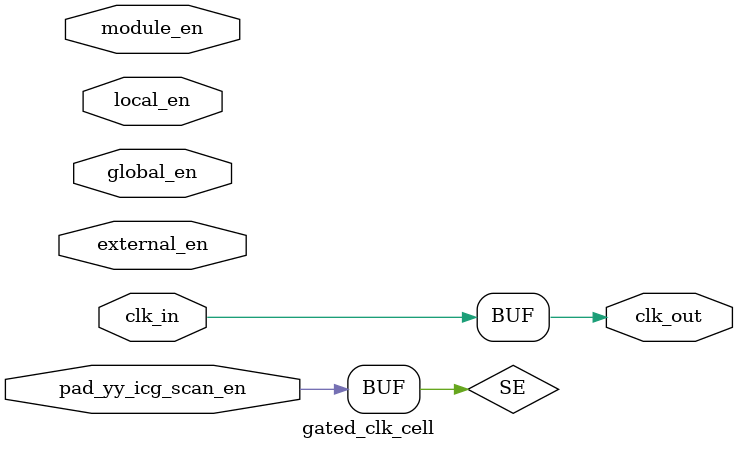
<source format=v>
/*Copyright 2020-2021 T-Head Semiconductor Co., Ltd.

Licensed under the Apache License, Version 2.0 (the "License");
you may not use this file except in compliance with the License.
You may obtain a copy of the License at

    http://www.apache.org/licenses/LICENSE-2.0

Unless required by applicable law or agreed to in writing, software
distributed under the License is distributed on an "AS IS" BASIS,
WITHOUT WARRANTIES OR CONDITIONS OF ANY KIND, either express or implied.
See the License for the specific language governing permissions and
limitations under the License.
*/

module gated_clk_cell (
  input    wire clk_in,
  input    wire global_en,
  input    wire module_en,
  input    wire local_en,
  input    wire external_en,
  input    wire pad_yy_icg_scan_en,
  output   wire clk_out
); 

wire   clk_en_bf_latch;
wire   SE;

assign clk_en_bf_latch = (global_en && (module_en || local_en)) || external_en ;

// SE driven from primary input, held constant
assign SE	       = pad_yy_icg_scan_en;
 
// //   &Connect(    .clk_in           (clk_in), @50
// //                .SE               (SE), @51
// //                .external_en      (clk_en_bf_latch), @52
// //                .clk_out          (clk_out) @53
// //                ) ; @54

assign clk_out = clk_in;

endmodule   

</source>
